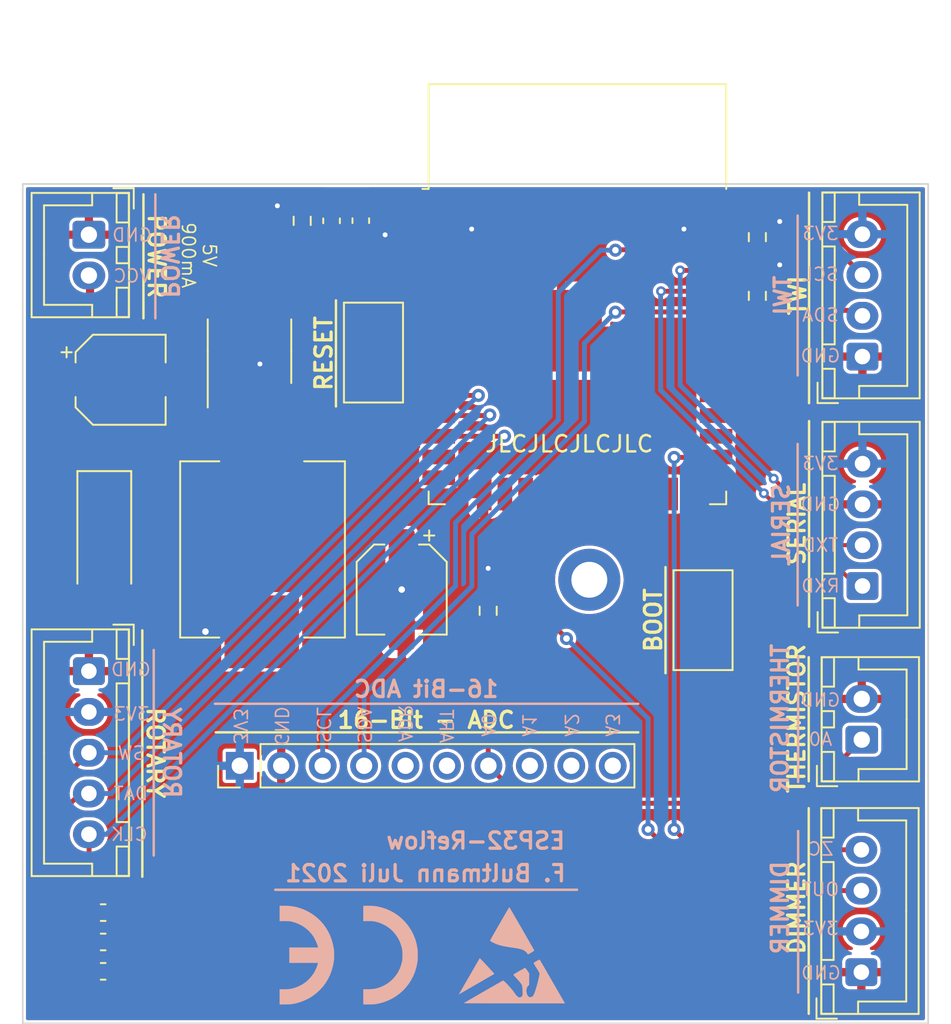
<source format=kicad_pcb>
(kicad_pcb (version 20210606) (generator pcbnew)
  (layers (0 "F.Cu" signal) (31 "B.Cu" signal) (34 "B.Paste" user) (35 "F.Paste" user) (36 "B.SilkS" user "B.Silkscreen") (37 "F.SilkS" user "F.Silkscreen") (38 "B.Mask" user) (39 "F.Mask" user) (44 "Edge.Cuts" user))
  (net 0 "")
  (net 1 "VCC")
  (net 2 "GND")
  (net 3 "+3V3")
  (net 4 "EN")
  (net 5 "Net-(D1-Pad1)")
  (net 6 "SCL")
  (net 7 "SDA")
  (net 10 "A0")
  (net 11 "A1")
  (net 12 "A2")
  (net 13 "A3")
  (net 14 "RX")
  (net 15 "TX")
  (net 16 "GPIO0")
  (net 25 "DIMMER_OUT")
  (net 34 "DIMMER_ZC")
  (net 41 "RT_SW")
  (net 42 "RT_DT")
  (net 43 "RT_CLK")
  (footprint "Capacitor_SMD:C_0603_1608Metric_Pad1.08x0.95mm_HandSolder" (layer "F.Cu") (at 124.992 78.19 90)
    (fp_text reference "C2")
    (fp_text value "0,1uF")
    (pad "1" smd roundrect locked (at -0.8625 0 90) (size 1.075 0.95) (layers "F.Cu" "F.Paste" "F.Mask") (net 3 "+3V3"))
    (pad "2" smd roundrect locked (at 0.8625 0 90) (size 1.075 0.95) (layers "F.Cu" "F.Paste" "F.Mask") (net 2 "GND"))
  )
  (footprint "Resistor_SMD:R_0603_1608Metric_Pad0.98x0.95mm_HandSolder" (layer "F.Cu") (at 132.8 102.1 -90)
    (fp_text reference "R4")
    (fp_text value "100k/1%")
    (pad "1" smd roundrect locked (at -0.9125 0 270) (size 0.975 0.95) (layers "F.Cu" "F.Paste" "F.Mask") (net 3 "+3V3"))
    (pad "2" smd roundrect locked (at 0.9125 0 270) (size 0.975 0.95) (layers "F.Cu" "F.Paste" "F.Mask") (net 10 "A0"))
  )
  (footprint "Connector_PinHeader_2.54mm:PinHeader_1x10_P2.54mm_Vertical" (layer "F.Cu") (at 117.575 111.6 90)
    (fp_text reference "J1")
    (fp_text value "ADS1115")
    (pad "1" thru_hole rect locked (at 0 0 90) (size 1.7 1.7) (drill 1) (layers *.Cu *.Mask) (net 3 "+3V3"))
    (pad "2" thru_hole oval locked (at 0 2.54 90) (size 1.7 1.7) (drill 1) (layers *.Cu *.Mask) (net 2 "GND"))
    (pad "3" thru_hole oval locked (at 0 5.08 90) (size 1.7 1.7) (drill 1) (layers *.Cu *.Mask) (net 6 "SCL"))
    (pad "4" thru_hole oval locked (at 0 7.62 90) (size 1.7 1.7) (drill 1) (layers *.Cu *.Mask) (net 7 "SDA"))
    (pad "5" thru_hole oval locked (at 0 10.16 90) (size 1.7 1.7) (drill 1) (layers *.Cu *.Mask))
    (pad "6" thru_hole oval locked (at 0 12.7 90) (size 1.7 1.7) (drill 1) (layers *.Cu *.Mask))
    (pad "7" thru_hole oval locked (at 0 15.24 90) (size 1.7 1.7) (drill 1) (layers *.Cu *.Mask) (net 10 "A0"))
    (pad "8" thru_hole oval locked (at 0 17.78 90) (size 1.7 1.7) (drill 1) (layers *.Cu *.Mask) (net 11 "A1"))
    (pad "9" thru_hole oval locked (at 0 20.32 90) (size 1.7 1.7) (drill 1) (layers *.Cu *.Mask) (net 12 "A2"))
    (pad "10" thru_hole oval locked (at 0 22.86 90) (size 1.7 1.7) (drill 1) (layers *.Cu *.Mask) (net 13 "A3"))
  )
  (footprint "Resistor_SMD:R_0603_1608Metric_Pad0.98x0.95mm_HandSolder" (layer "F.Cu") (at 149.3 82.8 -90)
    (fp_text reference "R2")
    (fp_text value "2,4k")
    (pad "1" smd roundrect locked (at -0.9125 0 270) (size 0.975 0.95) (layers "F.Cu" "F.Paste" "F.Mask") (net 3 "+3V3"))
    (pad "2" smd roundrect locked (at 0.9125 0 270) (size 0.975 0.95) (layers "F.Cu" "F.Paste" "F.Mask") (net 7 "SDA"))
  )
  (footprint "Button_Switch_SMD:SW_SPST_FSMSM" (layer "F.Cu") (at 125.77 86.275 90)
    (fp_text reference "SW1")
    (fp_text value "RESET")
    (pad "1" smd rect locked (at -4.59 0 90) (size 2.18 1.6) (layers "F.Cu" "F.Paste" "F.Mask") (net 2 "GND"))
    (pad "2" smd rect locked (at 4.59 0 90) (size 2.18 1.6) (layers "F.Cu" "F.Paste" "F.Mask") (net 4 "EN"))
  )
  (footprint "Button_Switch_SMD:SW_SPST_FSMSM" (layer "F.Cu") (at 145.97 102.675 90)
    (fp_text reference "SW2")
    (fp_text value "BOOT")
    (pad "1" smd rect locked (at -4.59 0 90) (size 2.18 1.6) (layers "F.Cu" "F.Paste" "F.Mask") (net 2 "GND"))
    (pad "2" smd rect locked (at 4.59 0 90) (size 2.18 1.6) (layers "F.Cu" "F.Paste" "F.Mask") (net 16 "GPIO0"))
  )
  (footprint "Connector_JST:JST_XH_B4B-XH-A_1x04_P2.50mm_Vertical" (layer "F.Cu") (at 155.675 124.25 90)
    (fp_text reference "J6")
    (fp_text value "Dimmer")
    (pad "1" thru_hole roundrect locked (at 0 0 90) (size 1.7 1.95) (drill 0.95) (layers *.Cu *.Mask) (roundrect_rratio 0.1470588235) (net 2 "GND"))
    (pad "2" thru_hole oval locked (at 2.5 0 90) (size 1.7 1.95) (drill 0.95) (layers *.Cu *.Mask) (net 3 "+3V3"))
    (pad "3" thru_hole oval locked (at 5 0 90) (size 1.7 1.95) (drill 0.95) (layers *.Cu *.Mask) (net 25 "DIMMER_OUT"))
    (pad "4" thru_hole oval locked (at 7.5 0 90) (size 1.7 1.95) (drill 0.95) (layers *.Cu *.Mask) (net 34 "DIMMER_ZC"))
  )
  (footprint "Capacitor_SMD:C_0603_1608Metric_Pad1.08x0.95mm_HandSolder" (layer "F.Cu") (at 123.2 78.2 90)
    (fp_text reference "C3")
    (fp_text value "0,1uF")
    (pad "1" smd roundrect locked (at -0.8625 0 90) (size 1.075 0.95) (layers "F.Cu" "F.Paste" "F.Mask") (net 4 "EN"))
    (pad "2" smd roundrect locked (at 0.8625 0 90) (size 1.075 0.95) (layers "F.Cu" "F.Paste" "F.Mask") (net 2 "GND"))
  )
  (footprint "Connector_JST:JST_XH_B4B-XH-A_1x04_P2.50mm_Vertical" (layer "F.Cu") (at 155.74 86.52 90)
    (fp_text reference "J5")
    (fp_text value "I2C_Main")
    (pad "1" thru_hole roundrect locked (at 0 0 90) (size 1.7 1.95) (drill 0.95) (layers *.Cu *.Mask) (roundrect_rratio 0.1470588235) (net 2 "GND"))
    (pad "2" thru_hole oval locked (at 2.5 0 90) (size 1.7 1.95) (drill 0.95) (layers *.Cu *.Mask) (net 7 "SDA"))
    (pad "3" thru_hole oval locked (at 5 0 90) (size 1.7 1.95) (drill 0.95) (layers *.Cu *.Mask) (net 6 "SCL"))
    (pad "4" thru_hole oval locked (at 7.5 0 90) (size 1.7 1.95) (drill 0.95) (layers *.Cu *.Mask) (net 3 "+3V3"))
  )
  (footprint "Capacitor_SMD:C_0603_1608Metric_Pad1.08x0.95mm_HandSolder" (layer "F.Cu") (at 109.2 120.6)
    (fp_text reference "C5")
    (fp_text value "100nF")
    (pad "1" smd roundrect locked (at -0.8625 0) (size 1.075 0.95) (layers "F.Cu" "F.Paste" "F.Mask") (net 43 "RT_CLK"))
    (pad "2" smd roundrect locked (at 0.8625 0) (size 1.075 0.95) (layers "F.Cu" "F.Paste" "F.Mask") (net 2 "GND"))
  )
  (footprint "Resistor_SMD:R_0603_1608Metric_Pad0.98x0.95mm_HandSolder" (layer "F.Cu") (at 149.3 79.2 -90)
    (fp_text reference "R3")
    (fp_text value "2,4k")
    (pad "1" smd roundrect locked (at -0.9125 0 270) (size 0.975 0.95) (layers "F.Cu" "F.Paste" "F.Mask") (net 3 "+3V3"))
    (pad "2" smd roundrect locked (at 0.9125 0 270) (size 0.975 0.95) (layers "F.Cu" "F.Paste" "F.Mask") (net 6 "SCL"))
  )
  (footprint "Capacitor_SMD:C_0603_1608Metric_Pad1.08x0.95mm_HandSolder" (layer "F.Cu") (at 109.2 124.2)
    (fp_text reference "C7")
    (fp_text value "100nF")
    (pad "1" smd roundrect locked (at -0.8625 0) (size 1.075 0.95) (layers "F.Cu" "F.Paste" "F.Mask") (net 41 "RT_SW"))
    (pad "2" smd roundrect locked (at 0.8625 0) (size 1.075 0.95) (layers "F.Cu" "F.Paste" "F.Mask") (net 2 "GND"))
  )
  (footprint "Package_SO:SOP-8_3.9x4.9mm_P1.27mm" (layer "F.Cu") (at 118.17 86.19 90)
    (fp_text reference "U1")
    (fp_text value "AP1509")
    (pad "1" smd roundrect locked (at -2.625 -1.905 90) (size 1.65 0.6) (layers "F.Cu" "F.Paste" "F.Mask") (net 1 "VCC"))
    (pad "2" smd roundrect locked (at -2.625 -0.635 90) (size 1.65 0.6) (layers "F.Cu" "F.Paste" "F.Mask") (net 5 "Net-(D1-Pad1)"))
    (pad "3" smd roundrect locked (at -2.625 0.635 90) (size 1.65 0.6) (layers "F.Cu" "F.Paste" "F.Mask") (net 3 "+3V3"))
    (pad "4" smd roundrect locked (at -2.625 1.905 90) (size 1.65 0.6) (layers "F.Cu" "F.Paste" "F.Mask") (net 2 "GND"))
    (pad "5" smd roundrect locked (at 2.625 1.905 90) (size 1.65 0.6) (layers "F.Cu" "F.Paste" "F.Mask") (net 2 "GND"))
    (pad "6" smd roundrect locked (at 2.625 0.635 90) (size 1.65 0.6) (layers "F.Cu" "F.Paste" "F.Mask") (net 2 "GND"))
    (pad "7" smd roundrect locked (at 2.625 -0.635 90) (size 1.65 0.6) (layers "F.Cu" "F.Paste" "F.Mask") (net 2 "GND"))
    (pad "8" smd roundrect locked (at 2.625 -1.905 90) (size 1.65 0.6) (layers "F.Cu" "F.Paste" "F.Mask") (net 2 "GND"))
  )
  (footprint "Connector_JST:JST_XH_B2B-XH-A_1x02_P2.50mm_Vertical" (layer "F.Cu") (at 108.325 79.05 -90)
    (fp_text reference "J3")
    (fp_text value "POWER +5V")
    (pad "1" thru_hole roundrect locked (at 0 0 270) (size 1.7 2) (drill 1) (layers *.Cu *.Mask) (roundrect_rratio 0.1470588235) (net 2 "GND"))
    (pad "2" thru_hole oval locked (at 2.5 0 270) (size 1.7 2) (drill 1) (layers *.Cu *.Mask) (net 1 "VCC"))
  )
  (footprint "Connector_JST:JST_XH_B4B-XH-A_1x04_P2.50mm_Vertical" (layer "F.Cu") (at 155.745 100.58 90)
    (fp_text reference "J4")
    (fp_text value "UART")
    (pad "1" thru_hole roundrect locked (at 0 0 90) (size 1.7 1.95) (drill 0.95) (layers *.Cu *.Mask) (roundrect_rratio 0.1470588235) (net 14 "RX"))
    (pad "2" thru_hole oval locked (at 2.5 0 90) (size 1.7 1.95) (drill 0.95) (layers *.Cu *.Mask) (net 15 "TX"))
    (pad "3" thru_hole oval locked (at 5 0 90) (size 1.7 1.95) (drill 0.95) (layers *.Cu *.Mask) (net 2 "GND"))
    (pad "4" thru_hole oval locked (at 7.5 0 90) (size 1.7 1.95) (drill 0.95) (layers *.Cu *.Mask) (net 3 "+3V3"))
  )
  (footprint "Diode_SMD:D_SMA_Handsoldering" (layer "F.Cu") (at 109.27 97.94 -90)
    (fp_text reference "D1")
    (fp_text value "40V/2A")
    (pad "1" smd rect locked (at -2.5 0 270) (size 3.5 1.8) (layers "F.Cu" "F.Paste" "F.Mask") (net 5 "Net-(D1-Pad1)"))
    (pad "2" smd rect locked (at 2.5 0 270) (size 3.5 1.8) (layers "F.Cu" "F.Paste" "F.Mask") (net 2 "GND"))
  )
  (footprint "Fred:HPI1040" (layer "F.Cu") (at 119.02 97.94 -90)
    (fp_text reference "L1")
    (fp_text value "47uH/2A")
    (pad "1" smd rect (at -4.55 0.1 270) (size 4.4621 4.5621) (layers "F.Cu" "F.Paste" "F.Mask") (net 5 "Net-(D1-Pad1)"))
    (pad "2" smd rect (at 5.45 0.1 270) (size 4.4621 4.5621) (layers "F.Cu" "F.Paste" "F.Mask") (net 3 "+3V3"))
  )
  (footprint "Resistor_SMD:R_0603_1608Metric_Pad0.98x0.95mm_HandSolder" (layer "F.Cu") (at 121.4 78.2 90)
    (fp_text reference "R1")
    (fp_text value "10k")
    (pad "1" smd roundrect locked (at -0.9125 0 90) (size 0.975 0.95) (layers "F.Cu" "F.Paste" "F.Mask") (net 4 "EN"))
    (pad "2" smd roundrect locked (at 0.9125 0 90) (size 0.975 0.95) (layers "F.Cu" "F.Paste" "F.Mask") (net 3 "+3V3"))
  )
  (footprint "MountingHole:MountingHole_2.2mm_M2_DIN965_Pad" (layer "F.Cu") (at 139 100.2)
    (fp_text reference "REF**")
    (fp_text value "MountingHole_2.2mm_M2_DIN965_Pad")
    (pad "1" thru_hole circle locked (at 0 0) (size 3.8 3.8) (drill 2.2) (layers *.Cu *.Mask))
  )
  (footprint "Connector_JST:JST_XH_B2B-XH-A_1x02_P2.50mm_Vertical" (layer "F.Cu") (at 155.7 110 90)
    (fp_text reference "J2")
    (fp_text value "Thermistor")
    (pad "1" thru_hole roundrect locked (at 0 0 90) (size 1.7 2) (drill 1) (layers *.Cu *.Mask) (roundrect_rratio 0.1470588235) (net 10 "A0"))
    (pad "2" thru_hole oval locked (at 2.5 0 90) (size 1.7 2) (drill 1) (layers *.Cu *.Mask) (net 2 "GND"))
  )
  (footprint "Connector_JST:JST_XH_B5B-XH-A_1x05_P2.50mm_Vertical" (layer "F.Cu") (at 108.325 105.8 -90)
    (fp_text reference "J7")
    (fp_text value "ROTARY")
    (pad "1" thru_hole roundrect locked (at 0 0 270) (size 1.7 1.95) (drill 0.95) (layers *.Cu *.Mask) (roundrect_rratio 0.1470588235) (net 2 "GND"))
    (pad "2" thru_hole oval locked (at 2.5 0 270) (size 1.7 1.95) (drill 0.95) (layers *.Cu *.Mask) (net 3 "+3V3"))
    (pad "3" thru_hole oval locked (at 5 0 270) (size 1.7 1.95) (drill 0.95) (layers *.Cu *.Mask) (net 41 "RT_SW"))
    (pad "4" thru_hole oval locked (at 7.5 0 270) (size 1.7 1.95) (drill 0.95) (layers *.Cu *.Mask) (net 42 "RT_DT"))
    (pad "5" thru_hole oval locked (at 10 0 270) (size 1.7 1.95) (drill 0.95) (layers *.Cu *.Mask) (net 43 "RT_CLK"))
  )
  (footprint "RF_Module:ESP32-WROOM-32" (layer "F.Cu") (at 138.27 85.69)
    (fp_text reference "U2")
    (fp_text value "ESP32-WROOM-32")
    (pad "1" smd rect (at -8.5 -8.255) (size 2 0.9) (layers "F.Cu" "F.Paste" "F.Mask") (net 2 "GND"))
    (pad "2" smd rect (at -8.5 -6.985) (size 2 0.9) (layers "F.Cu" "F.Paste" "F.Mask") (net 3 "+3V3"))
    (pad "3" smd rect (at -8.5 -5.715) (size 2 0.9) (layers "F.Cu" "F.Paste" "F.Mask") (net 4 "EN"))
    (pad "4" smd rect (at -8.5 -4.445) (size 2 0.9) (layers "F.Cu" "F.Paste" "F.Mask"))
    (pad "5" smd rect (at -8.5 -3.175) (size 2 0.9) (layers "F.Cu" "F.Paste" "F.Mask"))
    (pad "6" smd rect (at -8.5 -1.905) (size 2 0.9) (layers "F.Cu" "F.Paste" "F.Mask"))
    (pad "7" smd rect (at -8.5 -0.635) (size 2 0.9) (layers "F.Cu" "F.Paste" "F.Mask"))
    (pad "8" smd rect (at -8.5 0.635) (size 2 0.9) (layers "F.Cu" "F.Paste" "F.Mask"))
    (pad "9" smd rect (at -8.5 1.905) (size 2 0.9) (layers "F.Cu" "F.Paste" "F.Mask"))
    (pad "10" smd rect (at -8.5 3.175) (size 2 0.9) (layers "F.Cu" "F.Paste" "F.Mask") (net 41 "RT_SW"))
    (pad "11" smd rect (at -8.5 4.445) (size 2 0.9) (layers "F.Cu" "F.Paste" "F.Mask") (net 42 "RT_DT"))
    (pad "12" smd rect (at -8.5 5.715) (size 2 0.9) (layers "F.Cu" "F.Paste" "F.Mask") (net 43 "RT_CLK"))
    (pad "13" smd rect (at -8.5 6.985) (size 2 0.9) (layers "F.Cu" "F.Paste" "F.Mask"))
    (pad "14" smd rect (at -8.5 8.255) (size 2 0.9) (layers "F.Cu" "F.Paste" "F.Mask"))
    (pad "15" smd rect (at -5.715 9.255 90) (size 2 0.9) (layers "F.Cu" "F.Paste" "F.Mask") (net 2 "GND"))
    (pad "16" smd rect (at -4.445 9.255 90) (size 2 0.9) (layers "F.Cu" "F.Paste" "F.Mask") (net 25 "DIMMER_OUT"))
    (pad "17" smd rect (at -3.175 9.255 90) (size 2 0.9) (layers "F.Cu" "F.Paste" "F.Mask"))
    (pad "18" smd rect (at -1.905 9.255 90) (size 2 0.9) (layers "F.Cu" "F.Paste" "F.Mask"))
    (pad "19" smd rect (at -0.635 9.255 90) (size 2 0.9) (layers "F.Cu" "F.Paste" "F.Mask"))
    (pad "20" smd rect (at 0.635 9.255 90) (size 2 0.9) (layers "F.Cu" "F.Paste" "F.Mask"))
    (pad "21" smd rect (at 1.905 9.255 90) (size 2 0.9) (layers "F.Cu" "F.Paste" "F.Mask"))
    (pad "22" smd rect (at 3.175 9.255 90) (size 2 0.9) (layers "F.Cu" "F.Paste" "F.Mask"))
    (pad "23" smd rect (at 4.445 9.255 90) (size 2 0.9) (layers "F.Cu" "F.Paste" "F.Mask"))
    (pad "24" smd rect (at 5.715 9.255 90) (size 2 0.9) (layers "F.Cu" "F.Paste" "F.Mask"))
    (pad "25" smd rect (at 8.5 8.255) (size 2 0.9) (layers "F.Cu" "F.Paste" "F.Mask") (net 16 "GPIO0"))
    (pad "26" smd rect (at 8.5 6.985) (size 2 0.9) (layers "F.Cu" "F.Paste" "F.Mask") (net 34 "DIMMER_ZC"))
    (pad "27" smd rect (at 8.5 5.715) (size 2 0.9) (layers "F.Cu" "F.Paste" "F.Mask"))
    (pad "28" smd rect (at 8.5 4.445) (size 2 0.9) (layers "F.Cu" "F.Paste" "F.Mask"))
    (pad "29" smd rect (at 8.5 3.175) (size 2 0.9) (layers "F.Cu" "F.Paste" "F.Mask"))
    (pad "30" smd rect (at 8.5 1.905) (size 2 0.9) (layers "F.Cu" "F.Paste" "F.Mask"))
    (pad "31" smd rect (at 8.5 0.635) (size 2 0.9) (layers "F.Cu" "F.Paste" "F.Mask"))
    (pad "32" smd rect (at 8.5 -0.635) (size 2 0.9) (layers "F.Cu" "F.Paste" "F.Mask"))
    (pad "33" smd rect (at 8.5 -1.905) (size 2 0.9) (layers "F.Cu" "F.Paste" "F.Mask") (net 7 "SDA"))
    (pad "34" smd rect (at 8.5 -3.175) (size 2 0.9) (layers "F.Cu" "F.Paste" "F.Mask") (net 14 "RX"))
    (pad "35" smd rect (at 8.5 -4.445) (size 2 0.9) (layers "F.Cu" "F.Paste" "F.Mask") (net 15 "TX"))
    (pad "36" smd rect (at 8.5 -5.715) (size 2 0.9) (layers "F.Cu" "F.Paste" "F.Mask") (net 6 "SCL"))
    (pad "37" smd rect (at 8.5 -6.985) (size 2 0.9) (layers "F.Cu" "F.Paste" "F.Mask") (net 3 "+3V3"))
    (pad "38" smd rect (at 8.5 -8.255) (size 2 0.9) (layers "F.Cu" "F.Paste" "F.Mask") (net 2 "GND"))
    (pad "39" smd rect (at -1 -0.755) (size 5 5) (layers "F.Cu" "F.Paste" "F.Mask") (net 2 "GND"))
  )
  (footprint "Capacitor_SMD:C_0603_1608Metric_Pad1.08x0.95mm_HandSolder" (layer "F.Cu") (at 109.2 122.4)
    (fp_text reference "C6")
    (fp_text value "100nF")
    (pad "1" smd roundrect locked (at -0.8625 0) (size 1.075 0.95) (layers "F.Cu" "F.Paste" "F.Mask") (net 42 "RT_DT"))
    (pad "2" smd roundrect locked (at 0.8625 0) (size 1.075 0.95) (layers "F.Cu" "F.Paste" "F.Mask") (net 2 "GND"))
  )
  (footprint "Capacitor_SMD:CP_Elec_5x5.3" (layer "F.Cu") (at 110.27 87.94)
    (fp_text reference "C1")
    (fp_text value "4,7uF")
    (pad "1" smd roundrect locked (at -2.2 0) (size 3 1.6) (layers "F.Cu" "F.Paste" "F.Mask") (roundrect_rratio 0.15625) (net 1 "VCC"))
    (pad "2" smd roundrect locked (at 2.2 0) (size 3 1.6) (layers "F.Cu" "F.Paste" "F.Mask") (roundrect_rratio 0.15625) (net 2 "GND"))
  )
  (footprint "Capacitor_SMD:CP_Elec_5x5.4" (layer "F.Cu") (at 127.5 100.8 -90)
    (fp_text reference "C4")
    (fp_text value "10uF")
    (pad "1" smd roundrect locked (at -2.2 0 270) (size 3 1.6) (layers "F.Cu" "F.Paste" "F.Mask") (roundrect_rratio 0.15625) (net 3 "+3V3"))
    (pad "2" smd roundrect locked (at 2.2 0 270) (size 3 1.6) (layers "F.Cu" "F.Paste" "F.Mask") (roundrect_rratio 0.15625) (net 2 "GND"))
  )
  (footprint "Symbol:ESD-Logo_6.6x6mm_SilkScreen" (layer "B.Cu") (at 134.25 123.2 180)
    (fp_text reference "REF**" hide)
    (fp_text value "ESD-Logo_6.6x6mm_SilkScreen" hide)
  )
  (footprint "Symbol:CE-Logo_8.5x6mm_SilkScreen" (layer "B.Cu") (at 124.25 123.2 180)
    (fp_text reference "REF**" hide)
    (fp_text value "CE-Logo_8.5x6mm_SilkScreen" hide)
  )
  (gr_line (start 151.8 104.9) (end 151.8 112.6) (layer "B.SilkS") (width 0.15))
  (gr_line locked (start 138.25 119.2) (end 119.75 119.2) (layer "B.SilkS") (width 0.15))
  (gr_line (start 112.3 117.1) (end 112.3 104.5) (layer "B.SilkS") (width 0.15))
  (gr_line (start 112.4 76.575) (end 112.4 84.175) (layer "B.SilkS") (width 0.15))
  (gr_line (start 151.8 115.6) (end 151.8 125.5) (layer "B.SilkS") (width 0.15))
  (gr_line (start 151.77 77.875) (end 151.77 87.675) (layer "B.SilkS") (width 0.15))
  (gr_line (start 142 107.8) (end 116.05 107.8) (layer "B.SilkS") (width 0.15))
  (gr_line (start 151.77 91.875) (end 151.77 101.775) (layer "B.SilkS") (width 0.15))
  (gr_line (start 152.45 114.2) (end 152.45 126.8) (layer "F.SilkS") (width 0.15))
  (gr_line (start 142 109.55) (end 116.1 109.55) (layer "F.SilkS") (width 0.15))
  (gr_line (start 123.47 83.075) (end 123.47 89.575) (layer "F.SilkS") (width 0.15))
  (gr_line (start 152.45 104.95) (end 152.45 112.55) (layer "F.SilkS") (width 0.15))
  (gr_line (start 152.47 90.475) (end 152.47 103.075) (layer "F.SilkS") (width 0.15))
  (gr_line (start 111.67 76.575) (end 111.67 84.175) (layer "F.SilkS") (width 0.15))
  (gr_line (start 111.6 118.4) (end 111.6 103.3) (layer "F.SilkS") (width 0.15))
  (gr_line (start 143.67 99.425) (end 143.67 105.925) (layer "F.SilkS") (width 0.15))
  (gr_line (start 152.47 76.475) (end 152.47 89.375) (layer "F.SilkS") (width 0.15))
  (gr_rect (start 159.77 75.94) (end 104.27 127.39) (layer "Edge.Cuts") (width 0.1) (fill none))
  (gr_text "SCL" (at 122.7 109.1 270) (layer "B.SilkS") (effects (font (size 0.8 0.8) (thickness 0.1)) (justify mirror)))
  (gr_text "GND" (at 110.9 105.7) (layer "B.SilkS") (effects (font (size 0.8 0.8) (thickness 0.1)) (justify mirror)))
  (gr_text "TXD" (at 153.17 98.075) (layer "B.SilkS") (effects (font (size 0.8 0.8) (thickness 0.1)) (justify mirror)))
  (gr_text "GND" (at 153.17 86.475) (layer "B.SilkS") (effects (font (size 0.8 0.8) (thickness 0.1)) (justify mirror)))
  (gr_text "VCC" (at 110.97 81.575) (layer "B.SilkS") (effects (font (size 0.8 0.8) (thickness 0.1)) (justify mirror)))
  (gr_text "OUT" (at 153.17 119.175) (layer "B.SilkS") (effects (font (size 0.8 0.8) (thickness 0.1)) (justify mirror)))
  (gr_text "TWI" (at 150.87 82.775 90) (layer "B.SilkS") (effects (font (size 1 1) (thickness 0.2)) (justify mirror)))
  (gr_text "A3" (at 140.4 109.1 270) (layer "B.SilkS") (effects (font (size 0.8 0.8) (thickness 0.1)) (justify mirror)))
  (gr_text "SCL" (at 153.17 81.475) (layer "B.SilkS") (effects (font (size 0.8 0.8) (thickness 0.1)) (justify mirror)))
  (gr_text "SERIAL" (at 150.77 96.825 90) (layer "B.SilkS") (effects (font (size 1 1) (thickness 0.2)) (justify mirror)))
  (gr_text "A0\n" (at 153.17 109.975) (layer "B.SilkS") (effects (font (size 0.8 0.8) (thickness 0.1)) (justify mirror)))
  (gr_text "A0" (at 132.8 109.1 270) (layer "B.SilkS") (effects (font (size 0.8 0.8) (thickness 0.1)) (justify mirror)))
  (gr_text "DAT" (at 110.9 113.3) (layer "B.SilkS") (effects (font (size 0.8 0.8) (thickness 0.1)) (justify mirror)))
  (gr_text "GND" (at 153.17 107.575) (layer "B.SilkS") (effects (font (size 0.8 0.8) (thickness 0.1)) (justify mirror)))
  (gr_text "A1" (at 135.3 109.1 270) (layer "B.SilkS") (effects (font (size 0.8 0.8) (thickness 0.1)) (justify mirror)))
  (gr_text "POWER\n" (at 113.27 80.375 -90) (layer "B.SilkS") (effects (font (size 1 1) (thickness 0.2)) (justify mirror)))
  (gr_text "CLK" (at 110.8 115.8) (layer "B.SilkS") (effects (font (size 0.8 0.8) (thickness 0.1)) (justify mirror)))
  (gr_text "RXD" (at 153.17 100.575) (layer "B.SilkS") (effects (font (size 0.8 0.8) (thickness 0.1)) (justify mirror)))
  (gr_text "F. Bultmann Juli 2021" (at 120.25 118.2) (layer "B.SilkS") (effects (font (size 1 1) (thickness 0.2)) (justify right mirror)))
  (gr_text "A2" (at 137.9 109.1 270) (layer "B.SilkS") (effects (font (size 0.8 0.8) (thickness 0.1)) (justify mirror)))
  (gr_text "SW" (at 110.93 110.825) (layer "B.SilkS") (effects (font (size 0.8 0.8) (thickness 0.1)) (justify mirror)))
  (gr_text "DIMMER" (at 150.7 120.3 90) (layer "B.SilkS") (effects (font (size 1 1) (thickness 0.2)) (justify mirror)))
  (gr_text "3V3" (at 153.17 93.075) (layer "B.SilkS") (effects (font (size 0.8 0.8) (thickness 0.1)) (justify mirror)))
  (gr_text "GND" (at 153.17 95.575) (layer "B.SilkS") (effects (font (size 0.8 0.8) (thickness 0.1)) (justify mirror)))
  (gr_text "GND" (at 120.125 109.17 270) (layer "B.SilkS") (effects (font (size 0.8 0.8) (thickness 0.1)) (justify mirror)))
  (gr_text "GND" (at 153.2 124.3) (layer "B.SilkS") (effects (font (size 0.8 0.8) (thickness 0.1)) (justify mirror)))
  (gr_text "ART" (at 130.225 109.17 270) (layer "B.SilkS") (effects (font (size 0.8 0.8) (thickness 0.1)) (justify mirror)))
  (gr_text "3V3" (at 153.17 78.975) (layer "B.SilkS") (effects (font (size 0.8 0.8) (thickness 0.1)) (justify mirror)))
  (gr_text "ROTARY" (at 113.4 110.8 270) (layer "B.SilkS") (effects (font (size 1 1) (thickness 0.2)) (justify mirror)))
  (gr_text "GND" (at 110.97 79.075) (layer "B.SilkS") (effects (font (size 0.8 0.8) (thickness 0.1)) (justify mirror)))
  (gr_text "3V3" (at 117.6 109.17 270) (layer "B.SilkS") (effects (font (size 0.8 0.8) (thickness 0.1)) (justify mirror)))
  (gr_text "SDA" (at 153.17 83.975) (layer "B.SilkS") (effects (font (size 0.8 0.8) (thickness 0.1)) (justify mirror)))
  (gr_text "3V3" (at 110.93 108.425) (layer "B.SilkS") (effects (font (size 0.8 0.8) (thickness 0.1)) (justify mirror)))
  (gr_text "SDA" (at 125.2 109.1 270) (layer "B.SilkS") (effects (font (size 0.8 0.8) (thickness 0.1)) (justify mirror)))
  (gr_text "3V3" (at 153.17 121.575) (layer "B.SilkS") (effects (font (size 0.8 0.8) (thickness 0.1)) (justify mirror)))
  (gr_text "ESP32-Reflow" (at 126.45 116.2) (layer "B.SilkS") (effects (font (size 1 1) (thickness 0.2)) (justify right mirror)))
  (gr_text "ADR" (at 127.7 109 270) (layer "B.SilkS") (effects (font (size 0.8 0.8) (thickness 0.1)) (justify mirror)))
  (gr_text "ZC" (at 153.2 116.7) (layer "B.SilkS") (effects (font (size 0.8 0.8) (thickness 0.1)) (justify mirror)))
  (gr_text "16-Bit ADC" (at 129 106.9) (layer "B.SilkS") (effects (font (size 1 1) (thickness 0.2)) (justify mirror)))
  (gr_text "THERMISTOR" (at 150.7 108.7 90) (layer "B.SilkS") (effects (font (size 1 1) (thickness 0.2)) (justify mirror)))
  (gr_text "16-Bit - ADC" (at 129 108.8) (layer "F.SilkS") (effects (font (size 1 1) (thickness 0.2))))
  (gr_text "RESET" (at 122.72 86.325 90) (layer "F.SilkS") (effects (font (size 1 1) (thickness 0.2))))
  (gr_text "BOOT" (at 142.92 102.675 90) (layer "F.SilkS") (effects (font (size 1 1) (thickness 0.2))))
  (gr_text "ROTARY" (at 112.4 110.8 270) (layer "F.SilkS") (effects (font (size 1 1) (thickness 0.2))))
  (gr_text "THERMISTOR" (at 151.7 108.7 90) (layer "F.SilkS") (effects (font (size 1 1) (thickness 0.2))))
  (gr_text "5V\n900mA" (at 115.07 80.31 270) (layer "F.SilkS") (effects (font (size 0.8 0.8) (thickness 0.1))))
  (gr_text "POWER\n" (at 112.47 80.375 270) (layer "F.SilkS") (effects (font (size 1 1) (thickness 0.2))))
  (gr_text "DIMMER" (at 151.7 120.3 90) (layer "F.SilkS") (effects (font (size 1 1) (thickness 0.2))))
  (gr_text "SERIAL" (at 151.72 96.775 90) (layer "F.SilkS") (effects (font (size 1 1) (thickness 0.2))))
  (gr_text "JLCJLCJLCJLC" (at 137.77 91.875) (layer "F.SilkS") (effects (font (size 1 1))))
  (gr_text "TWI" (at 151.77 82.775 90) (layer "F.SilkS") (effects (font (size 1 1) (thickness 0.2))))
  (segment (start 108.07 91.475) (end 108.57 91.975) (width 0.5) (layer "F.Cu") (net 1))
  (segment (start 108.395 85.715) (end 108.395 81.575) (width 0.5) (layer "F.Cu") (net 1))
  (segment (start 108.07 87.94) (end 108.07 91.475) (width 0.5) (layer "F.Cu") (net 1))
  (segment (start 108.57 91.975) (end 114.455 91.975) (width 0.5) (layer "F.Cu") (net 1))
  (segment (start 108.07 87.94) (end 108.07 86.04) (width 0.5) (layer "F.Cu") (net 1))
  (segment (start 116.265 90.165) (end 114.47 91.96) (width 0.5) (layer "F.Cu") (net 1))
  (segment (start 108.07 86.04) (end 108.395 85.715) (width 0.5) (layer "F.Cu") (net 1))
  (segment (start 116.265 88.815) (end 116.265 90.165) (width 0.5) (layer "F.Cu") (net 1))
  (segment (start 114.455 91.975) (end 114.47 91.96) (width 0.5) (layer "F.Cu") (net 1))
  (segment (start 118.805 87.055) (end 118.805 88.815) (width 0.3) (layer "F.Cu") (net 3))
  (segment (start 149.6825 81.8875) (end 150.67 80.9) (width 0.3) (layer "F.Cu") (net 3))
  (segment (start 127.5 100.8) (end 127.5 98.6) (width 0.4) (layer "F.Cu") (net 3))
  (segment (start 146.77 78.705) (end 144.799 78.705) (width 0.3) (layer "F.Cu") (net 3))
  (segment (start 129.77 78.705) (end 131.787 78.705) (width 0.3) (layer "F.Cu") (net 3))
  (segment (start 124.992 79.0525) (end 126.4775 79.0525) (width 0.3) (layer "F.Cu") (net 3))
  (segment (start 150.6325 78.2775) (end 150.67 78.24) (width 0.3) (layer "F.Cu") (net 3))
  (segment (start 126.4775 79.0525) (end 126.482 79.057) (width 0.3) (layer "F.Cu") (net 3))
  (segment (start 132.8 101.1875) (end 132.8 99.5) (width 0.25) (layer "F.Cu") (net 3))
  (segment (start 115.47 103.375) (end 115.485 103.39) (width 0.5) (layer "F.Cu") (net 3))
  (segment (start 131.787 78.705) (end 131.816 78.676) (width 0.3) (layer "F.Cu") (net 3))
  (segment (start 121.402 77.2775) (end 119.8795 77.2775) (width 0.3) (layer "F.Cu") (net 3))
  (segment (start 115.485 103.39) (end 118.92 103.39) (width 0.5) (layer "F.Cu") (net 3))
  (segment (start 149.27 78.2775) (end 150.6325 78.2775) (width 0.3) (layer "F.Cu") (net 3))
  (segment (start 144.799 78.705) (end 144.77 78.676) (width 0.3) (layer "F.Cu") (net 3))
  (segment (start 149.3 81.8875) (end 149.6825 81.8875) (width 0.3) (layer "F.Cu") (net 3))
  (segment (start 119.8795 77.2775) (end 119.878 77.279) (width 0.3) (layer "F.Cu") (net 3))
  (via (at 119.878 77.279) (size 0.6) (drill 0.3) (layers "F.Cu" "B.Cu") (net 3))
  (via (at 118.81 86.975) (size 0.6) (drill 0.3) (layers "F.Cu" "B.Cu") (net 3))
  (via (at 150.67 78.24) (size 0.6) (drill 0.3) (layers "F.Cu" "B.Cu") (net 3))
  (via (at 126.482 79.057) (size 0.6) (drill 0.3) (layers "F.Cu" "B.Cu") (net 3))
  (via (at 132.8 99.5) (size 0.6) (drill 0.3) (layers "F.Cu" "B.Cu") (net 3))
  (via (at 144.799 78.705) (size 0.6) (drill 0.3) (layers "F.Cu" "B.Cu") (net 3))
  (via (at 150.67 80.9) (size 0.6) (drill 0.3) (layers "F.Cu" "B.Cu") (net 3))
  (via (at 115.47 103.375) (size 0.7) (drill 0.4) (layers "F.Cu" "B.Cu") (net 3))
  (via (at 131.787 78.705) (size 0.6) (drill 0.3) (layers "F.Cu" "B.Cu") (net 3))
  (via (at 127.5 100.8) (size 0.7) (drill 0.4) (layers "F.Cu" "B.Cu") (net 3))
  (segment (start 127.17 79.975) (end 125.77 81.375) (width 0.4) (layer "F.Cu") (net 4))
  (segment (start 129.77 79.975) (end 127.17 79.975) (width 0.4) (layer "F.Cu") (net 4))
  (segment (start 125.77 81.375) (end 125.77 81.685) (width 0.4) (layer "F.Cu") (net 4))
  (segment (start 125.77 81.685) (end 125.105 81.685) (width 0.4) (layer "F.Cu") (net 4))
  (segment (start 121.402 79.1025) (end 123.13 79.1025) (width 0.4) (layer "F.Cu") (net 4))
  (segment (start 123.18 79.0525) (end 123.18 79.76) (width 0.4) (layer "F.Cu") (net 4))
  (segment (start 123.13 79.1025) (end 123.18 79.0525) (width 0.4) (layer "F.Cu") (net 4))
  (segment (start 125.105 81.685) (end 123.18 79.76) (width 0.4) (layer "F.Cu") (net 4))
  (segment (start 111.32 93.39) (end 109.27 95.44) (width 0.5) (layer "F.Cu") (net 5))
  (segment (start 117.535 92.005) (end 118.92 93.39) (width 0.5) (layer "F.Cu") (net 5))
  (segment (start 118.92 93.39) (end 111.32 93.39) (width 0.5) (layer "F.Cu") (net 5))
  (segment (start 117.535 88.815) (end 117.535 92.005) (width 0.5) (layer "F.Cu") (net 5))
  (segment (start 149.27 80.1025) (end 154.3225 80.1025) (width 0.3) (layer "F.Cu") (net 6))
  (segment (start 140.625 79.975) (end 146.77 79.975) (width 0.3) (layer "F.Cu") (net 6))
  (segment (start 140.6 80) (end 140.625 79.975) (width 0.3) (layer "F.Cu") (net 6))
  (segment (start 146.77 79.975) (end 149.1425 79.975) (width 0.3) (layer "F.Cu") (net 6))
  (segment (start 154.3225 80.1025) (end 155.745 81.525) (width 0.3) (layer "F.Cu") (net 6))
  (segment (start 149.1425 79.975) (end 149.27 80.1025) (width 0.3) (layer "F.Cu") (net 6))
  (via (at 140.6 80) (size 0.8) (drill 0.4) (layers "F.Cu" "B.Cu") (net 6))
  (segment (start 137.1 82.6) (end 139.7 80) (width 0.3) (layer "B.Cu") (net 6))
  (segment (start 130.8 100.581452) (end 130.8 96.7) (width 0.3) (layer "B.Cu") (net 6))
  (segment (start 130.8 96.7) (end 137.1 90.4) (width 0.3) (layer "B.Cu") (net 6))
  (segment (start 137.1 90.4) (end 137.1 82.6) (width 0.3) (layer "B.Cu") (net 6))
  (segment (start 139.7 80) (end 140.6 80) (width 0.3) (layer "B.Cu") (net 6))
  (segment (start 122.655 111.6) (end 122.655 108.726452) (width 0.3) (layer "B.Cu") (net 6))
  (segment (start 122.655 108.726452) (end 130.8 100.581452) (width 0.3) (layer "B.Cu") (net 6))
  (segment (start 156.01 83.69) (end 156.27 83.95) (width 0.3) (layer "F.Cu") (net 7))
  (segment (start 149.27 83.69) (end 155.41 83.69) (width 0.3) (layer "F.Cu") (net 7))
  (segment (start 149.175 83.785) (end 149.27 83.69) (width 0.3) (layer "F.Cu") (net 7))
  (segment (start 155.41 83.69) (end 155.745 84.025) (width 0.3) (layer "F.Cu") (net 7))
  (segment (start 140.615 83.785) (end 146.77 83.785) (width 0.3) (layer "F.Cu") (net 7))
  (segment (start 140.6 83.8) (end 140.615 83.785) (width 0.3) (layer "F.Cu") (net 7))
  (segment (start 146.77 83.785) (end 149.175 83.785) (width 0.3) (layer "F.Cu") (net 7))
  (via (at 140.6 83.8) (size 0.8) (drill 0.4) (layers "F.Cu" "B.Cu") (net 7))
  (segment (start 138.7 90.5) (end 138.7 85.7) (width 0.3) (layer "B.Cu") (net 7))
  (segment (start 138.7 85.7) (end 140.6 83.8) (width 0.3) (layer "B.Cu") (net 7))
  (segment (start 131.8 97.4) (end 138.7 90.5) (width 0.3) (layer "B.Cu") (net 7))
  (segment (start 131.8 100.6) (end 131.8 97.4) (width 0.3) (layer "B.Cu") (net 7))
  (segment (start 125.195 107.205) (end 131.8 100.6) (width 0.3) (layer "B.Cu") (net 7))
  (segment (start 125.195 111.6) (end 125.195 107.205) (width 0.3) (layer "B.Cu") (net 7))
  (segment (start 132.8 111.585) (end 132.8 103.0125) (width 0.3) (layer "F.Cu") (net 10))
  (segment (start 151.8 113.9) (end 135.115 113.9) (width 0.3) (layer "F.Cu") (net 10))
  (segment (start 135.115 113.9) (end 132.815 111.6) (width 0.3) (layer "F.Cu") (net 10))
  (segment (start 155.7 110) (end 151.8 113.9) (width 0.3) (layer "F.Cu") (net 10))
  (segment (start 140.4 111.585) (end 140.415 111.6) (width 0.3) (layer "F.Cu") (net 13))
  (segment (start 143.37 82.54) (end 143.395 82.515) (width 0.3) (layer "F.Cu") (net 14))
  (segment (start 143.395 82.515) (end 146.77 82.515) (width 0.3) (layer "F.Cu") (net 14))
  (segment (start 155.37 100.575) (end 155.745 100.575) (width 0.25) (layer "F.Cu") (net 14))
  (segment (start 149.7 94.9) (end 155.37 100.575) (width 0.25) (layer "F.Cu") (net 14))
  (via (at 143.395 82.515) (size 0.6) (drill 0.3) (layers "F.Cu" "B.Cu") (net 14))
  (via (at 149.7 94.9) (size 0.6) (drill 0.3) (layers "F.Cu" "B.Cu") (net 14))
  (segment (start 149.7 94.9) (end 143.37 88.575) (width 0.3) (layer "B.Cu") (net 14))
  (segment (start 143.37 88.575) (end 143.37 82.54) (width 0.3) (layer "B.Cu") (net 14))
  (segment (start 150.3 94) (end 154.37 98.075) (width 0.25) (layer "F.Cu") (net 15))
  (segment (start 146.765 81.24) (end 146.77 81.245) (width 0.3) (layer "F.Cu") (net 15))
  (segment (start 154.37 98.075) (end 155.745 98.075) (width 0.25) (layer "F.Cu") (net 15))
  (segment (start 144.57 81.24) (end 146.765 81.24) (width 0.3) (layer "F.Cu") (net 15))
  (via (at 150.3 94) (size 0.6) (drill 0.3) (layers "F.Cu" "B.Cu") (net 15))
  (via (at 144.57 81.24) (size 0.6) (drill 0.3) (layers "F.Cu" "B.Cu") (net 15))
  (segment (start 144.57 88.275) (end 144.57 81.24) (width 0.3) (layer "B.Cu") (net 15))
  (segment (start 150.3 94) (end 144.57 88.275) (width 0.3) (layer "B.Cu") (net 15))
  (segment (start 145.97 98.085) (end 145.97 94.745) (width 0.25) (layer "F.Cu") (net 16))
  (segment (start 145.97 94.745) (end 146.77 93.945) (width 0.25) (layer "F.Cu") (net 16))
  (segment (start 133.825 99.925) (end 133.825 94.945) (width 0.3) (layer "F.Cu") (net 25))
  (segment (start 155.675 119.25) (end 146.35 119.25) (width 0.3) (layer "F.Cu") (net 25))
  (segment (start 133.77 95) (end 133.825 94.945) (width 0.3) (layer "F.Cu") (net 25))
  (segment (start 137.6 103.8) (end 133.825 99.925) (width 0.3) (layer "F.Cu") (net 25))
  (segment (start 146.35 119.25) (end 142.6 115.5) (width 0.3) (layer "F.Cu") (net 25))
  (via (at 142.6 115.5) (size 0.8) (drill 0.4) (layers "F.Cu" "B.Cu") (net 25))
  (via (at 137.6 103.8) (size 0.8) (drill 0.4) (layers "F.Cu" "B.Cu") (net 25))
  (segment (start 142.6 108.7) (end 142.6 115.5) (width 0.3) (layer "B.Cu") (net 25))
  (segment (start 137.6 103.8) (end 142.6 108.7) (width 0.3) (layer "B.Cu") (net 25))
  (segment (start 145.45 116.75) (end 144.2 115.5) (width 0.3) (layer "F.Cu") (net 34))
  (segment (start 146.745 92.7) (end 146.77 92.675) (width 0.3) (layer "F.Cu") (net 34))
  (segment (start 144.2 92.7) (end 146.745 92.7) (width 0.3) (layer "F.Cu") (net 34))
  (segment (start 155.675 116.75) (end 145.45 116.75) (width 0.3) (layer "F.Cu") (net 34))
  (via (at 144.2 115.5) (size 0.8) (drill 0.4) (layers "F.Cu" "B.Cu") (net 34))
  (via (at 144.2 92.7) (size 0.8) (drill 0.4) (layers "F.Cu" "B.Cu") (net 34))
  (segment (start 144.2 115.5) (end 144.2 92.7) (width 0.3) (layer "B.Cu") (net 34))
  (segment (start 105.5 113.625) (end 108.325 110.8) (width 0.3) (layer "F.Cu") (net 41))
  (segment (start 108.3375 124.2) (end 107.3 124.2) (width 0.3) (layer "F.Cu") (net 41))
  (segment (start 132.2 88.9) (end 129.805 88.9) (width 0.3) (layer "F.Cu") (net 41))
  (segment (start 107.3 124.2) (end 105.5 122.4) (width 0.3) (layer "F.Cu") (net 41))
  (segment (start 105.5 122.4) (end 105.5 113.625) (width 0.3) (layer "F.Cu") (net 41))
  (segment (start 129.805 88.9) (end 129.77 88.865) (width 0.3) (layer "F.Cu") (net 41))
  (via (at 132.2 88.9) (size 0.8) (drill 0.4) (layers "F.Cu" "B.Cu") (net 41))
  (segment (start 108.325 110.8) (end 110.3 110.8) (width 0.3) (layer "B.Cu") (net 41))
  (segment (start 110.3 110.8) (end 132.2 88.9) (width 0.3) (layer "B.Cu") (net 41))
  (segment (start 106.5 121.6) (end 106.5 114.6) (width 0.3) (layer "F.Cu") (net 42))
  (segment (start 106.5 114.6) (end 107.8 113.3) (width 0.3) (layer "F.Cu") (net 42))
  (segment (start 107.8 113.3) (end 108.325 113.3) (width 0.3) (layer "F.Cu") (net 42))
  (segment (start 107.3 122.4) (end 106.5 121.6) (width 0.3) (layer "F.Cu") (net 42))
  (segment (start 132.9 90.1) (end 132.865 90.135) (width 0.3) (layer "F.Cu") (net 42))
  (segment (start 132.865 90.135) (end 129.77 90.135) (width 0.3) (layer "F.Cu") (net 42))
  (segment (start 108.3375 122.4) (end 107.3 122.4) (width 0.3) (layer "F.Cu") (net 42))
  (via (at 132.9 90.1) (size 0.8) (drill 0.4) (layers "F.Cu" "B.Cu") (net 42))
  (segment (start 109.7 113.3) (end 132.9 90.1) (width 0.3) (layer "B.Cu") (net 42))
  (segment (start 108.325 113.3) (end 109.7 113.3) (width 0.3) (layer "B.Cu") (net 42))
  (segment (start 108.3375 115.8125) (end 108.325 115.8) (width 0.3) (layer "F.Cu") (net 43))
  (segment (start 108.3375 120.6) (end 108.3375 115.8125) (width 0.3) (layer "F.Cu") (net 43))
  (segment (start 133.8 91.4) (end 133.795 91.405) (width 0.3) (layer "F.Cu") (net 43))
  (segment (start 133.795 91.405) (end 129.77 91.405) (width 0.3) (layer "F.Cu") (net 43))
  (via (at 133.8 91.4) (size 0.8) (drill 0.4) (layers "F.Cu" "B.Cu") (net 43))
  (segment (start 109.4 115.8) (end 108.325 115.8) (width 0.3) (layer "B.Cu") (net 43))
  (segment (start 133.8 91.4) (end 109.4 115.8) (width 0.3) (layer "B.Cu") (net 43))
  (zone (net 2) (net_name "GND") (layer "F.Cu") (connect_pads (clearance 0.13)) (min_thickness 0.2) (fill yes (thermal_gap 0.508) (thermal_bridge_width 0.508))
    (polygon (pts (xy 159.77 127.39) (xy 104.27 127.39) (xy 104.27 75.94) (xy 159.77 75.94)))
  )
  (zone (net 3) (net_name "+3V3") (layer "B.Cu") (connect_pads (clearance 0.13)) (min_thickness 0.2) (fill yes (thermal_gap 0.508) (thermal_bridge_width 0.508))
    (polygon (pts (xy 159.77 127.39) (xy 104.27 127.39) (xy 104.27 75.94) (xy 159.77 75.94)))
  )
)
</source>
